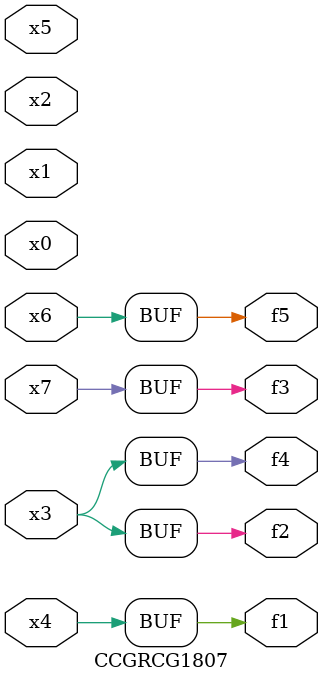
<source format=v>
module CCGRCG1807(
	input x0, x1, x2, x3, x4, x5, x6, x7,
	output f1, f2, f3, f4, f5
);
	assign f1 = x4;
	assign f2 = x3;
	assign f3 = x7;
	assign f4 = x3;
	assign f5 = x6;
endmodule

</source>
